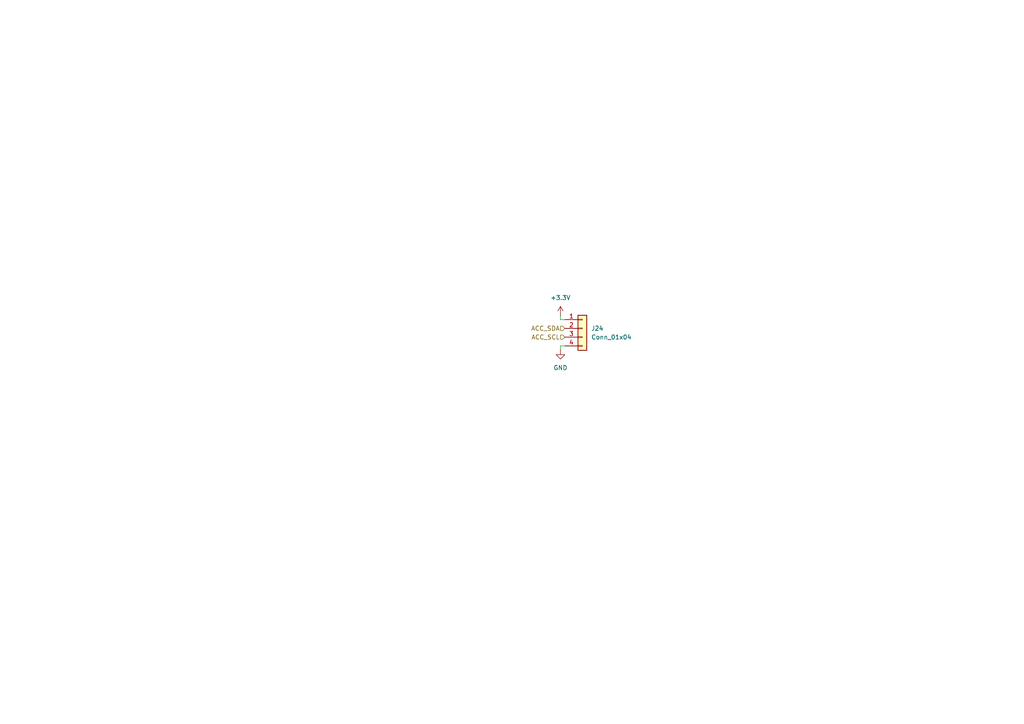
<source format=kicad_sch>
(kicad_sch (version 20250114) (generator "eeschema") (generator_version "9.0")
  (paper "A4")
  (lib_symbols
    (symbol "Connector_Generic:Conn_01x04" (pin_names (offset 1.016) (hide yes))
      (property "Reference" "J" (at 0 5.08 0))
      (property "Value" "Conn_01x04" (at 0 -7.62 0))
      (symbol "Conn_01x04_1_1"
        (rectangle (start -1.27 3.81) (end 1.27 -6.35) (stroke (width 0.254)) (fill (type background)))
        (rectangle (start -1.27 2.667) (end 0 2.413) (stroke (width 0.1524)))
        (rectangle (start -1.27 0.127) (end 0 -0.127) (stroke (width 0.1524)))
        (rectangle (start -1.27 -2.413) (end 0 -2.667) (stroke (width 0.1524)))
        (rectangle (start -1.27 -4.953) (end 0 -5.207) (stroke (width 0.1524)))
        (pin passive line (at -5.08 2.54 0) (length 3.81) (name "Pin_1") (number "1"))
        (pin passive line (at -5.08 0 0) (length 3.81) (name "Pin_2") (number "2"))
        (pin passive line (at -5.08 -2.54 0) (length 3.81) (name "Pin_3") (number "3"))
        (pin passive line (at -5.08 -5.08 0) (length 3.81) (name "Pin_4") (number "4"))
      )
    )
    (symbol "power:+3.3V" (power) (pin_numbers (hide yes)) (pin_names (offset 0) (hide yes))
      (property "Value" "+3.3V" (at 0 3.556 0))
      (symbol "+3.3V_0_1"
        (polyline (pts (xy -0.762 1.27) (xy 0 2.54)))
        (polyline (pts (xy 0 2.54) (xy 0.762 1.27)))
        (polyline (pts (xy 0 0) (xy 0 2.54)))
      )
      (symbol "+3.3V_1_1"
        (pin power_in line (at 0 0 90) (length 0) (name "~") (number "1"))
      )
    )
    (symbol "power:GND" (power) (pin_numbers (hide yes)) (pin_names (offset 0) (hide yes))
      (property "Value" "GND" (at 0 -3.81 0))
      (symbol "GND_0_1"
        (polyline (pts (xy 0 0) (xy 0 -1.27) (xy 1.27 -1.27) (xy 0 -2.54) (xy -1.27 -1.27) (xy 0 -1.27)))
      )
      (symbol "GND_1_1"
        (pin power_in line (at 0 0 270) (length 0) (name "~") (number "1"))
      )
    )
  )
  (wire (pts (xy 162.56 92.71) (xy 162.56 91.44)))
  (wire (pts (xy 163.83 92.71) (xy 162.56 92.71)))
  (wire (pts (xy 162.56 100.33) (xy 163.83 100.33)))
  (wire (pts (xy 162.56 101.6) (xy 162.56 100.33)))
  (hierarchical_label "ACC_SCL" (shape input) (at 163.83 97.79 180))
  (hierarchical_label "ACC_SDA" (shape input) (at 163.83 95.25 180))
  (symbol (lib_id "power:+3.3V") (at 162.56 91.44 0) (unit 1)
    (property "Reference" "#PWR094" (effects (hide yes)))
    (property "Value" "+3.3V" (at 162.56 86.36 0))
    (property "Description" "Power symbol creates a global label with name \"+3.3V\"" (effects (hide yes)))
  )
  (symbol (lib_id "power:GND") (at 162.56 101.6 0) (unit 1)
    (property "Reference" "#PWR095" (effects (hide yes)))
    (property "Value" "GND" (at 162.56 106.68 0))
    (property "Description" "Power symbol creates a global label with name \"GND\" , ground" (effects (hide yes)))
  )
  (symbol (lib_id "Connector_Generic:Conn_01x04") (at 168.91 95.25 0) (unit 1)
    (property "Reference" "J24" (at 171.45 95.2499 0) (effects (justify left)))
    (property "Value" "Conn_01x04" (at 171.45 97.7899 0) (effects (justify left)))
    (property "Footprint" "SM04B-GHS:JST_SM04B-GHS-TB_LF__SN_-" (effects (hide yes)))
    (property "Description" "Generic connector, single row, 01x04, script generated (kicad-library-utils/schlib/autogen/connector/)" (effects (hide yes)))
  )
)
</source>
